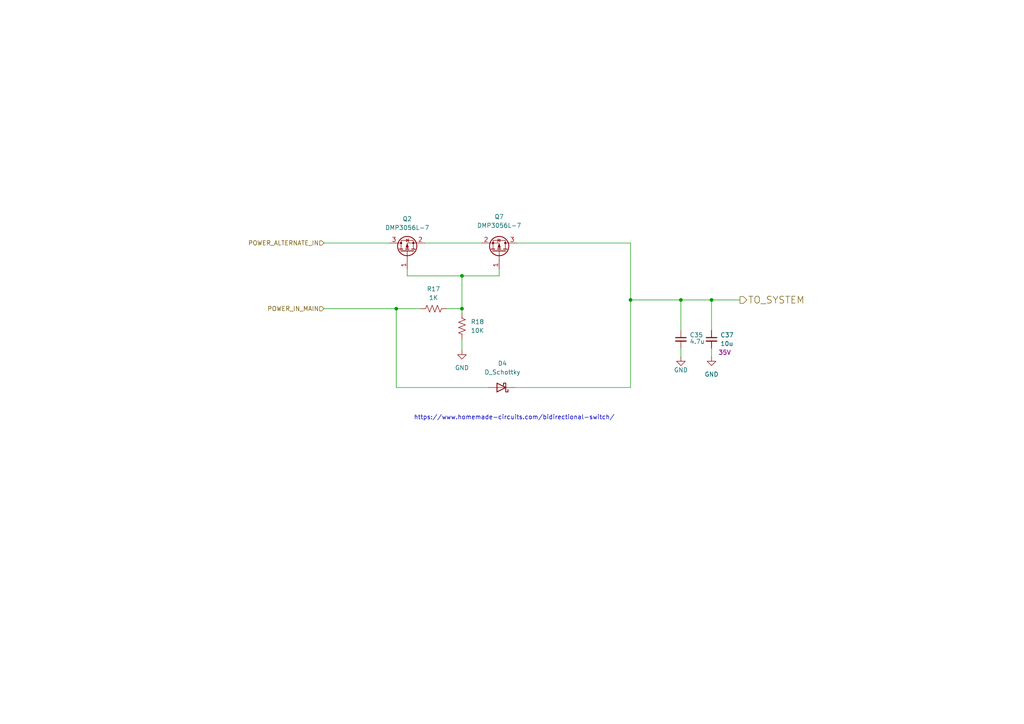
<source format=kicad_sch>
(kicad_sch (version 20230121) (generator eeschema)
  (paper "A4")
  (lib_symbols
    (symbol "Device:C_Small" (pin_numbers hide) (pin_names (offset 0.254) hide)
      (property "Reference" "C" (at 0.254 1.778 0))
      (property "Value" "C_Small" (at 0.254 -2.032 0))
      (symbol "C_Small_0_1"
        (polyline (pts (xy -1.524 -0.508) (xy 1.524 -0.508)) (stroke (width 0.3302)))
        (polyline (pts (xy -1.524 0.508) (xy 1.524 0.508)) (stroke (width 0.3048)))
      )
      (symbol "C_Small_1_1"
        (pin passive line (at 0 2.54 270) (length 2.032) (name "~") (number "1"))
        (pin passive line (at 0 -2.54 90) (length 2.032) (name "~") (number "2"))
      )
    )
    (symbol "Device:D_Schottky" (pin_numbers hide) (pin_names (offset 1.016) hide)
      (property "Reference" "D" (at 0 2.54 0))
      (property "Value" "D_Schottky" (at 0 -2.54 0))
      (symbol "D_Schottky_0_1"
        (polyline (pts (xy 1.27 0) (xy -1.27 0)))
        (polyline (pts (xy 1.27 1.27) (xy 1.27 -1.27) (xy -1.27 0) (xy 1.27 1.27)) (stroke (width 0.254)))
        (polyline (pts (xy -1.905 0.635) (xy -1.905 1.27) (xy -1.27 1.27) (xy -1.27 -1.27) (xy -0.635 -1.27) (xy -0.635 -0.635)) (stroke (width 0.254)))
      )
      (symbol "D_Schottky_1_1"
        (pin passive line (at -3.81 0 0) (length 2.54) (name "K") (number "1"))
        (pin passive line (at 3.81 0 180) (length 2.54) (name "A") (number "2"))
      )
    )
    (symbol "Device:Q_PMOS_GSD" (pin_names (offset 0) hide)
      (property "Reference" "Q" (at 5.08 1.27 0))
      (property "Value" "Q_PMOS_GSD" (at 5.08 -1.27 0))
      (symbol "Q_PMOS_GSD_0_1"
        (polyline (pts (xy 0.254 0) (xy -2.54 0)))
        (polyline (pts (xy 0.254 1.905) (xy 0.254 -1.905)) (stroke (width 0.254)))
        (polyline (pts (xy 0.762 -1.27) (xy 0.762 -2.286)) (stroke (width 0.254)))
        (polyline (pts (xy 0.762 0.508) (xy 0.762 -0.508)) (stroke (width 0.254)))
        (polyline (pts (xy 0.762 2.286) (xy 0.762 1.27)) (stroke (width 0.254)))
        (polyline (pts (xy 2.54 2.54) (xy 2.54 1.778)))
        (polyline (pts (xy 2.54 -2.54) (xy 2.54 0) (xy 0.762 0)))
        (polyline (pts (xy 0.762 1.778) (xy 3.302 1.778) (xy 3.302 -1.778) (xy 0.762 -1.778)))
        (polyline (pts (xy 2.286 0) (xy 1.27 0.381) (xy 1.27 -0.381) (xy 2.286 0)) (fill (type outline)))
        (polyline (pts (xy 2.794 -0.508) (xy 2.921 -0.381) (xy 3.683 -0.381) (xy 3.81 -0.254)))
        (polyline (pts (xy 3.302 -0.381) (xy 2.921 0.254) (xy 3.683 0.254) (xy 3.302 -0.381)))
        (circle (center 1.651 0) (radius 2.794) (stroke (width 0.254)))
        (circle (center 2.54 -1.778) (radius 0.254) (fill (type outline)))
        (circle (center 2.54 1.778) (radius 0.254) (fill (type outline)))
      )
      (symbol "Q_PMOS_GSD_1_1"
        (pin input line (at -5.08 0 0) (length 2.54) (name "G") (number "1"))
        (pin passive line (at 2.54 -5.08 90) (length 2.54) (name "S") (number "2"))
        (pin passive line (at 2.54 5.08 270) (length 2.54) (name "D") (number "3"))
      )
    )
    (symbol "Device:R_US" (pin_numbers hide) (pin_names (offset 0))
      (property "Reference" "R" (at 2.54 0 90))
      (property "Value" "R_US" (at -2.54 0 90))
      (symbol "R_US_0_1"
        (polyline (pts (xy 0 -2.286) (xy 0 -2.54)))
        (polyline (pts (xy 0 2.286) (xy 0 2.54)))
        (polyline (pts (xy 0 -0.762) (xy 1.016 -1.143) (xy 0 -1.524) (xy -1.016 -1.905) (xy 0 -2.286)))
        (polyline (pts (xy 0 0.762) (xy 1.016 0.381) (xy 0 0) (xy -1.016 -0.381) (xy 0 -0.762)))
        (polyline (pts (xy 0 2.286) (xy 1.016 1.905) (xy 0 1.524) (xy -1.016 1.143) (xy 0 0.762)))
      )
      (symbol "R_US_1_1"
        (pin passive line (at 0 3.81 270) (length 1.27) (name "~") (number "1"))
        (pin passive line (at 0 -3.81 90) (length 1.27) (name "~") (number "2"))
      )
    )
    (symbol "power:GND" (power) (pin_names (offset 0))
      (property "Value" "GND" (at 0 -3.81 0))
      (symbol "GND_0_1"
        (polyline (pts (xy 0 0) (xy 0 -1.27) (xy 1.27 -1.27) (xy 0 -2.54) (xy -1.27 -1.27) (xy 0 -1.27)))
      )
      (symbol "GND_1_1"
        (pin power_in line (at 0 0 270) (length 0) hide (name "GND") (number "1"))
      )
    )
  )
  (junction (at 133.985 80.01))
  (junction (at 197.485 86.995))
  (junction (at 114.935 89.535))
  (junction (at 133.985 89.535))
  (junction (at 182.88 86.995))
  (junction (at 206.375 86.995))
  (wire (pts (xy 182.88 86.995) (xy 197.485 86.995)))
  (wire (pts (xy 93.98 89.535) (xy 114.935 89.535)))
  (wire (pts (xy 118.11 78.105) (xy 118.11 80.01)))
  (wire (pts (xy 133.985 98.425) (xy 133.985 101.6)))
  (wire (pts (xy 206.375 100.965) (xy 206.375 103.505)))
  (wire (pts (xy 206.375 86.995) (xy 206.375 95.885)))
  (wire (pts (xy 182.88 86.995) (xy 182.88 70.485)))
  (wire (pts (xy 133.985 80.01) (xy 133.985 89.535)))
  (wire (pts (xy 133.985 80.01) (xy 144.78 80.01)))
  (wire (pts (xy 149.86 70.485) (xy 182.88 70.485)))
  (wire (pts (xy 206.375 86.995) (xy 214.63 86.995)))
  (wire (pts (xy 114.935 89.535) (xy 114.935 112.395)))
  (wire (pts (xy 114.935 89.535) (xy 121.92 89.535)))
  (wire (pts (xy 197.485 100.965) (xy 197.485 103.505)))
  (wire (pts (xy 197.485 86.995) (xy 206.375 86.995)))
  (wire (pts (xy 118.11 80.01) (xy 133.985 80.01)))
  (wire (pts (xy 93.98 70.485) (xy 113.03 70.485)))
  (wire (pts (xy 144.78 80.01) (xy 144.78 78.105)))
  (wire (pts (xy 197.485 86.995) (xy 197.485 95.885)))
  (wire (pts (xy 129.54 89.535) (xy 133.985 89.535)))
  (wire (pts (xy 123.19 70.485) (xy 139.7 70.485)))
  (wire (pts (xy 133.985 89.535) (xy 133.985 90.805)))
  (wire (pts (xy 182.88 112.395) (xy 182.88 86.995)))
  (wire (pts (xy 149.225 112.395) (xy 182.88 112.395)))
  (wire (pts (xy 114.935 112.395) (xy 141.605 112.395)))
  (text "https://www.homemade-circuits.com/bidirectional-switch/" (at 120.015 121.92 0) (effects (font (size 1.27 1.27)) (justify left bottom)))
  (hierarchical_label "TO_SYSTEM" (shape output) (at 214.63 86.995 0) (effects (font (size 2 2))))
  (hierarchical_label "POWER_IN_MAIN" (shape input) (at 93.98 89.535 180))
  (hierarchical_label "POWER_ALTERNATE_IN" (shape input) (at 93.98 70.485 180))
  (symbol (lib_id "power:GND") (at 133.985 101.6 0) (unit 1)
    (property "Reference" "#PWR029" (effects hide))
    (property "Value" "GND" (at 133.985 106.68 0))
  )
  (symbol (lib_id "power:GND") (at 197.485 103.505 0) (unit 1)
    (property "Reference" "#PWR030" (effects hide))
    (property "Value" "GND" (at 197.485 107.315 0))
  )
  (symbol (lib_id "Device:R_US") (at 133.985 94.615 0) (unit 1)
    (property "Reference" "R18" (at 136.525 93.3449 0) (effects (justify left)))
    (property "Value" "10K" (at 136.525 95.8849 0) (effects (justify left)))
    (property "Footprint" "Resistor_SMD:R_0603_1608Metric" (effects hide))
  )
  (symbol (lib_id "Device:R_US") (at 125.73 89.535 90) (unit 1)
    (property "Reference" "R17" (at 125.73 83.82 90))
    (property "Value" "1K" (at 125.73 86.36 90))
    (property "Footprint" "Resistor_SMD:R_0603_1608Metric" (effects hide))
  )
  (symbol (lib_id "Device:C_Small") (at 197.485 98.425 0) (unit 1)
    (property "Reference" "C35" (at 200.025 97.1612 0) (effects (justify left)))
    (property "Value" "4.7u" (at 200.025 99.06 0) (effects (justify left)))
    (property "Footprint" "Capacitor_SMD:C_0603_1608Metric" (effects hide))
  )
  (symbol (lib_id "Device:Q_PMOS_GSD") (at 144.78 73.025 270) (mirror x) (unit 1)
    (property "Reference" "Q7" (at 144.78 62.865 90))
    (property "Value" "DMP3056L-7" (at 144.78 65.405 90))
    (property "Footprint" "Package_TO_SOT_SMD:SOT-23" (effects hide))
  )
  (symbol (lib_id "Device:C_Small") (at 206.375 98.425 0) (unit 1)
    (property "Reference" "C37" (at 208.915 97.1612 0) (effects (justify left)))
    (property "Value" "10u" (at 208.915 99.695 0) (effects (justify left)))
    (property "Footprint" "Capacitor_SMD:C_0603_1608Metric" (effects hide))
    (property "VOLTAGE" "35V" (at 210.185 102.235 0))
  )
  (symbol (lib_id "Device:Q_PMOS_GSD") (at 118.11 73.025 90) (unit 1)
    (property "Reference" "Q2" (at 118.11 63.5 90))
    (property "Value" "DMP3056L-7" (at 118.11 66.04 90))
    (property "Footprint" "Package_TO_SOT_SMD:SOT-23" (effects hide))
  )
  (symbol (lib_id "power:GND") (at 206.375 103.505 0) (unit 1)
    (property "Reference" "#PWR059" (effects hide))
    (property "Value" "GND" (at 206.375 108.585 0))
  )
  (symbol (lib_id "Device:D_Schottky") (at 145.415 112.395 180) (unit 1)
    (property "Reference" "D4" (at 145.7325 105.41 0))
    (property "Value" "D_Schottky" (at 145.7325 107.95 0))
    (property "Footprint" "Diode_SMD:D_SMA" (effects hide))
  )
)
</source>
